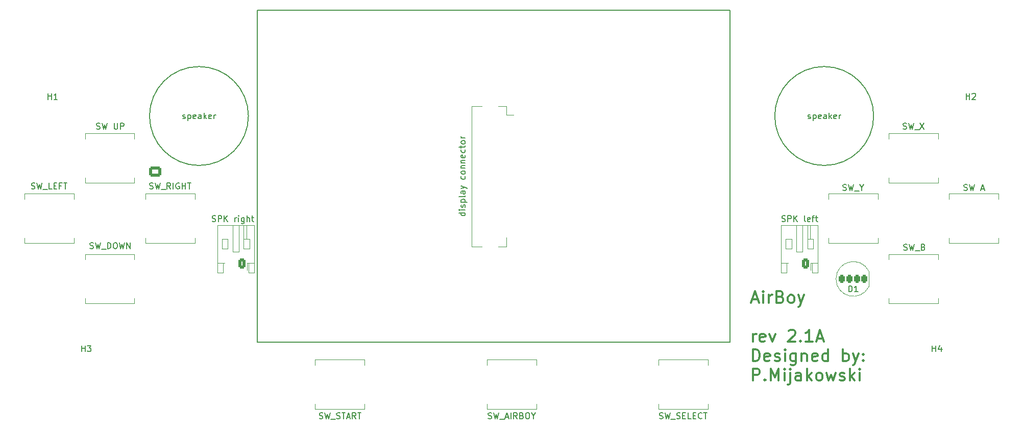
<source format=gto>
%TF.GenerationSoftware,KiCad,Pcbnew,(6.0.7)*%
%TF.CreationDate,2023-03-31T21:06:09+02:00*%
%TF.ProjectId,airboy,61697262-6f79-42e6-9b69-6361645f7063,rev?*%
%TF.SameCoordinates,Original*%
%TF.FileFunction,Legend,Top*%
%TF.FilePolarity,Positive*%
%FSLAX46Y46*%
G04 Gerber Fmt 4.6, Leading zero omitted, Abs format (unit mm)*
G04 Created by KiCad (PCBNEW (6.0.7)) date 2023-03-31 21:06:09*
%MOMM*%
%LPD*%
G01*
G04 APERTURE LIST*
G04 Aperture macros list*
%AMRoundRect*
0 Rectangle with rounded corners*
0 $1 Rounding radius*
0 $2 $3 $4 $5 $6 $7 $8 $9 X,Y pos of 4 corners*
0 Add a 4 corners polygon primitive as box body*
4,1,4,$2,$3,$4,$5,$6,$7,$8,$9,$2,$3,0*
0 Add four circle primitives for the rounded corners*
1,1,$1+$1,$2,$3*
1,1,$1+$1,$4,$5*
1,1,$1+$1,$6,$7*
1,1,$1+$1,$8,$9*
0 Add four rect primitives between the rounded corners*
20,1,$1+$1,$2,$3,$4,$5,0*
20,1,$1+$1,$4,$5,$6,$7,0*
20,1,$1+$1,$6,$7,$8,$9,0*
20,1,$1+$1,$8,$9,$2,$3,0*%
G04 Aperture macros list end*
%ADD10C,0.150000*%
%ADD11C,0.300000*%
%ADD12C,0.120000*%
%ADD13C,5.400000*%
%ADD14RoundRect,0.250000X0.350000X0.625000X-0.350000X0.625000X-0.350000X-0.625000X0.350000X-0.625000X0*%
%ADD15O,1.200000X1.750000*%
%ADD16C,1.700000*%
%ADD17RoundRect,0.250000X-0.250000X-0.450000X0.250000X-0.450000X0.250000X0.450000X-0.250000X0.450000X0*%
%ADD18R,1.300000X0.300000*%
%ADD19R,2.200000X1.800000*%
%ADD20C,2.100000*%
%ADD21C,1.750000*%
%ADD22O,1.200000X2.200000*%
%ADD23O,2.200000X1.200000*%
%ADD24C,1.400000*%
%ADD25C,0.600000*%
%ADD26O,0.900000X1.700000*%
%ADD27O,0.900000X2.000000*%
%ADD28O,2.200000X3.500000*%
%ADD29R,1.500000X2.500000*%
%ADD30O,1.500000X2.500000*%
%ADD31O,1.500000X4.300000*%
%ADD32RoundRect,0.250000X0.750000X-0.600000X0.750000X0.600000X-0.750000X0.600000X-0.750000X-0.600000X0*%
%ADD33O,2.000000X1.700000*%
%ADD34C,1.800000*%
%ADD35R,1.700000X1.700000*%
%ADD36O,1.700000X1.700000*%
G04 APERTURE END LIST*
D10*
X211200000Y-76500000D02*
G75*
G03*
X211200000Y-76500000I-8200000J0D01*
G01*
X107500000Y-76500000D02*
G75*
G03*
X107500000Y-76500000I-8200000J0D01*
G01*
X109000000Y-59000000D02*
X187400000Y-59000000D01*
X187400000Y-59000000D02*
X187400000Y-114000000D01*
X187400000Y-114000000D02*
X109000000Y-114000000D01*
X109000000Y-114000000D02*
X109000000Y-59000000D01*
D11*
X191075952Y-106923333D02*
X192028333Y-106923333D01*
X190885476Y-107494761D02*
X191552142Y-105494761D01*
X192218809Y-107494761D01*
X192885476Y-107494761D02*
X192885476Y-106161428D01*
X192885476Y-105494761D02*
X192790238Y-105590000D01*
X192885476Y-105685238D01*
X192980714Y-105590000D01*
X192885476Y-105494761D01*
X192885476Y-105685238D01*
X193837857Y-107494761D02*
X193837857Y-106161428D01*
X193837857Y-106542380D02*
X193933095Y-106351904D01*
X194028333Y-106256666D01*
X194218809Y-106161428D01*
X194409285Y-106161428D01*
X195742619Y-106447142D02*
X196028333Y-106542380D01*
X196123571Y-106637619D01*
X196218809Y-106828095D01*
X196218809Y-107113809D01*
X196123571Y-107304285D01*
X196028333Y-107399523D01*
X195837857Y-107494761D01*
X195075952Y-107494761D01*
X195075952Y-105494761D01*
X195742619Y-105494761D01*
X195933095Y-105590000D01*
X196028333Y-105685238D01*
X196123571Y-105875714D01*
X196123571Y-106066190D01*
X196028333Y-106256666D01*
X195933095Y-106351904D01*
X195742619Y-106447142D01*
X195075952Y-106447142D01*
X197361666Y-107494761D02*
X197171190Y-107399523D01*
X197075952Y-107304285D01*
X196980714Y-107113809D01*
X196980714Y-106542380D01*
X197075952Y-106351904D01*
X197171190Y-106256666D01*
X197361666Y-106161428D01*
X197647380Y-106161428D01*
X197837857Y-106256666D01*
X197933095Y-106351904D01*
X198028333Y-106542380D01*
X198028333Y-107113809D01*
X197933095Y-107304285D01*
X197837857Y-107399523D01*
X197647380Y-107494761D01*
X197361666Y-107494761D01*
X198695000Y-106161428D02*
X199171190Y-107494761D01*
X199647380Y-106161428D02*
X199171190Y-107494761D01*
X198980714Y-107970952D01*
X198885476Y-108066190D01*
X198695000Y-108161428D01*
X191171190Y-113934761D02*
X191171190Y-112601428D01*
X191171190Y-112982380D02*
X191266428Y-112791904D01*
X191361666Y-112696666D01*
X191552142Y-112601428D01*
X191742619Y-112601428D01*
X193171190Y-113839523D02*
X192980714Y-113934761D01*
X192599761Y-113934761D01*
X192409285Y-113839523D01*
X192314047Y-113649047D01*
X192314047Y-112887142D01*
X192409285Y-112696666D01*
X192599761Y-112601428D01*
X192980714Y-112601428D01*
X193171190Y-112696666D01*
X193266428Y-112887142D01*
X193266428Y-113077619D01*
X192314047Y-113268095D01*
X193933095Y-112601428D02*
X194409285Y-113934761D01*
X194885476Y-112601428D01*
X197075952Y-112125238D02*
X197171190Y-112030000D01*
X197361666Y-111934761D01*
X197837857Y-111934761D01*
X198028333Y-112030000D01*
X198123571Y-112125238D01*
X198218809Y-112315714D01*
X198218809Y-112506190D01*
X198123571Y-112791904D01*
X196980714Y-113934761D01*
X198218809Y-113934761D01*
X199075952Y-113744285D02*
X199171190Y-113839523D01*
X199075952Y-113934761D01*
X198980714Y-113839523D01*
X199075952Y-113744285D01*
X199075952Y-113934761D01*
X201075952Y-113934761D02*
X199933095Y-113934761D01*
X200504523Y-113934761D02*
X200504523Y-111934761D01*
X200314047Y-112220476D01*
X200123571Y-112410952D01*
X199933095Y-112506190D01*
X201837857Y-113363333D02*
X202790238Y-113363333D01*
X201647380Y-113934761D02*
X202314047Y-111934761D01*
X202980714Y-113934761D01*
X191171190Y-117154761D02*
X191171190Y-115154761D01*
X191647380Y-115154761D01*
X191933095Y-115250000D01*
X192123571Y-115440476D01*
X192218809Y-115630952D01*
X192314047Y-116011904D01*
X192314047Y-116297619D01*
X192218809Y-116678571D01*
X192123571Y-116869047D01*
X191933095Y-117059523D01*
X191647380Y-117154761D01*
X191171190Y-117154761D01*
X193933095Y-117059523D02*
X193742619Y-117154761D01*
X193361666Y-117154761D01*
X193171190Y-117059523D01*
X193075952Y-116869047D01*
X193075952Y-116107142D01*
X193171190Y-115916666D01*
X193361666Y-115821428D01*
X193742619Y-115821428D01*
X193933095Y-115916666D01*
X194028333Y-116107142D01*
X194028333Y-116297619D01*
X193075952Y-116488095D01*
X194790238Y-117059523D02*
X194980714Y-117154761D01*
X195361666Y-117154761D01*
X195552142Y-117059523D01*
X195647380Y-116869047D01*
X195647380Y-116773809D01*
X195552142Y-116583333D01*
X195361666Y-116488095D01*
X195075952Y-116488095D01*
X194885476Y-116392857D01*
X194790238Y-116202380D01*
X194790238Y-116107142D01*
X194885476Y-115916666D01*
X195075952Y-115821428D01*
X195361666Y-115821428D01*
X195552142Y-115916666D01*
X196504523Y-117154761D02*
X196504523Y-115821428D01*
X196504523Y-115154761D02*
X196409285Y-115250000D01*
X196504523Y-115345238D01*
X196599761Y-115250000D01*
X196504523Y-115154761D01*
X196504523Y-115345238D01*
X198314047Y-115821428D02*
X198314047Y-117440476D01*
X198218809Y-117630952D01*
X198123571Y-117726190D01*
X197933095Y-117821428D01*
X197647380Y-117821428D01*
X197456904Y-117726190D01*
X198314047Y-117059523D02*
X198123571Y-117154761D01*
X197742619Y-117154761D01*
X197552142Y-117059523D01*
X197456904Y-116964285D01*
X197361666Y-116773809D01*
X197361666Y-116202380D01*
X197456904Y-116011904D01*
X197552142Y-115916666D01*
X197742619Y-115821428D01*
X198123571Y-115821428D01*
X198314047Y-115916666D01*
X199266428Y-115821428D02*
X199266428Y-117154761D01*
X199266428Y-116011904D02*
X199361666Y-115916666D01*
X199552142Y-115821428D01*
X199837857Y-115821428D01*
X200028333Y-115916666D01*
X200123571Y-116107142D01*
X200123571Y-117154761D01*
X201837857Y-117059523D02*
X201647380Y-117154761D01*
X201266428Y-117154761D01*
X201075952Y-117059523D01*
X200980714Y-116869047D01*
X200980714Y-116107142D01*
X201075952Y-115916666D01*
X201266428Y-115821428D01*
X201647380Y-115821428D01*
X201837857Y-115916666D01*
X201933095Y-116107142D01*
X201933095Y-116297619D01*
X200980714Y-116488095D01*
X203647380Y-117154761D02*
X203647380Y-115154761D01*
X203647380Y-117059523D02*
X203456904Y-117154761D01*
X203075952Y-117154761D01*
X202885476Y-117059523D01*
X202790238Y-116964285D01*
X202695000Y-116773809D01*
X202695000Y-116202380D01*
X202790238Y-116011904D01*
X202885476Y-115916666D01*
X203075952Y-115821428D01*
X203456904Y-115821428D01*
X203647380Y-115916666D01*
X206123571Y-117154761D02*
X206123571Y-115154761D01*
X206123571Y-115916666D02*
X206314047Y-115821428D01*
X206695000Y-115821428D01*
X206885476Y-115916666D01*
X206980714Y-116011904D01*
X207075952Y-116202380D01*
X207075952Y-116773809D01*
X206980714Y-116964285D01*
X206885476Y-117059523D01*
X206695000Y-117154761D01*
X206314047Y-117154761D01*
X206123571Y-117059523D01*
X207742619Y-115821428D02*
X208218809Y-117154761D01*
X208695000Y-115821428D02*
X208218809Y-117154761D01*
X208028333Y-117630952D01*
X207933095Y-117726190D01*
X207742619Y-117821428D01*
X209456904Y-116964285D02*
X209552142Y-117059523D01*
X209456904Y-117154761D01*
X209361666Y-117059523D01*
X209456904Y-116964285D01*
X209456904Y-117154761D01*
X209456904Y-115916666D02*
X209552142Y-116011904D01*
X209456904Y-116107142D01*
X209361666Y-116011904D01*
X209456904Y-115916666D01*
X209456904Y-116107142D01*
X191171190Y-120374761D02*
X191171190Y-118374761D01*
X191933095Y-118374761D01*
X192123571Y-118470000D01*
X192218809Y-118565238D01*
X192314047Y-118755714D01*
X192314047Y-119041428D01*
X192218809Y-119231904D01*
X192123571Y-119327142D01*
X191933095Y-119422380D01*
X191171190Y-119422380D01*
X193171190Y-120184285D02*
X193266428Y-120279523D01*
X193171190Y-120374761D01*
X193075952Y-120279523D01*
X193171190Y-120184285D01*
X193171190Y-120374761D01*
X194123571Y-120374761D02*
X194123571Y-118374761D01*
X194790238Y-119803333D01*
X195456904Y-118374761D01*
X195456904Y-120374761D01*
X196409285Y-120374761D02*
X196409285Y-119041428D01*
X196409285Y-118374761D02*
X196314047Y-118470000D01*
X196409285Y-118565238D01*
X196504523Y-118470000D01*
X196409285Y-118374761D01*
X196409285Y-118565238D01*
X197361666Y-119041428D02*
X197361666Y-120755714D01*
X197266428Y-120946190D01*
X197075952Y-121041428D01*
X196980714Y-121041428D01*
X197361666Y-118374761D02*
X197266428Y-118470000D01*
X197361666Y-118565238D01*
X197456904Y-118470000D01*
X197361666Y-118374761D01*
X197361666Y-118565238D01*
X199171190Y-120374761D02*
X199171190Y-119327142D01*
X199075952Y-119136666D01*
X198885476Y-119041428D01*
X198504523Y-119041428D01*
X198314047Y-119136666D01*
X199171190Y-120279523D02*
X198980714Y-120374761D01*
X198504523Y-120374761D01*
X198314047Y-120279523D01*
X198218809Y-120089047D01*
X198218809Y-119898571D01*
X198314047Y-119708095D01*
X198504523Y-119612857D01*
X198980714Y-119612857D01*
X199171190Y-119517619D01*
X200123571Y-120374761D02*
X200123571Y-118374761D01*
X200314047Y-119612857D02*
X200885476Y-120374761D01*
X200885476Y-119041428D02*
X200123571Y-119803333D01*
X202028333Y-120374761D02*
X201837857Y-120279523D01*
X201742619Y-120184285D01*
X201647380Y-119993809D01*
X201647380Y-119422380D01*
X201742619Y-119231904D01*
X201837857Y-119136666D01*
X202028333Y-119041428D01*
X202314047Y-119041428D01*
X202504523Y-119136666D01*
X202599761Y-119231904D01*
X202695000Y-119422380D01*
X202695000Y-119993809D01*
X202599761Y-120184285D01*
X202504523Y-120279523D01*
X202314047Y-120374761D01*
X202028333Y-120374761D01*
X203361666Y-119041428D02*
X203742619Y-120374761D01*
X204123571Y-119422380D01*
X204504523Y-120374761D01*
X204885476Y-119041428D01*
X205552142Y-120279523D02*
X205742619Y-120374761D01*
X206123571Y-120374761D01*
X206314047Y-120279523D01*
X206409285Y-120089047D01*
X206409285Y-119993809D01*
X206314047Y-119803333D01*
X206123571Y-119708095D01*
X205837857Y-119708095D01*
X205647380Y-119612857D01*
X205552142Y-119422380D01*
X205552142Y-119327142D01*
X205647380Y-119136666D01*
X205837857Y-119041428D01*
X206123571Y-119041428D01*
X206314047Y-119136666D01*
X207266428Y-120374761D02*
X207266428Y-118374761D01*
X207456904Y-119612857D02*
X208028333Y-120374761D01*
X208028333Y-119041428D02*
X207266428Y-119803333D01*
X208885476Y-120374761D02*
X208885476Y-119041428D01*
X208885476Y-118374761D02*
X208790238Y-118470000D01*
X208885476Y-118565238D01*
X208980714Y-118470000D01*
X208885476Y-118374761D01*
X208885476Y-118565238D01*
D10*
X96609523Y-76904761D02*
X96704761Y-76952380D01*
X96895238Y-76952380D01*
X96990476Y-76904761D01*
X97038095Y-76809523D01*
X97038095Y-76761904D01*
X96990476Y-76666666D01*
X96895238Y-76619047D01*
X96752380Y-76619047D01*
X96657142Y-76571428D01*
X96609523Y-76476190D01*
X96609523Y-76428571D01*
X96657142Y-76333333D01*
X96752380Y-76285714D01*
X96895238Y-76285714D01*
X96990476Y-76333333D01*
X97466666Y-76285714D02*
X97466666Y-77285714D01*
X97466666Y-76333333D02*
X97561904Y-76285714D01*
X97752380Y-76285714D01*
X97847619Y-76333333D01*
X97895238Y-76380952D01*
X97942857Y-76476190D01*
X97942857Y-76761904D01*
X97895238Y-76857142D01*
X97847619Y-76904761D01*
X97752380Y-76952380D01*
X97561904Y-76952380D01*
X97466666Y-76904761D01*
X98752380Y-76904761D02*
X98657142Y-76952380D01*
X98466666Y-76952380D01*
X98371428Y-76904761D01*
X98323809Y-76809523D01*
X98323809Y-76428571D01*
X98371428Y-76333333D01*
X98466666Y-76285714D01*
X98657142Y-76285714D01*
X98752380Y-76333333D01*
X98800000Y-76428571D01*
X98800000Y-76523809D01*
X98323809Y-76619047D01*
X99657142Y-76952380D02*
X99657142Y-76428571D01*
X99609523Y-76333333D01*
X99514285Y-76285714D01*
X99323809Y-76285714D01*
X99228571Y-76333333D01*
X99657142Y-76904761D02*
X99561904Y-76952380D01*
X99323809Y-76952380D01*
X99228571Y-76904761D01*
X99180952Y-76809523D01*
X99180952Y-76714285D01*
X99228571Y-76619047D01*
X99323809Y-76571428D01*
X99561904Y-76571428D01*
X99657142Y-76523809D01*
X100133333Y-76952380D02*
X100133333Y-75952380D01*
X100228571Y-76571428D02*
X100514285Y-76952380D01*
X100514285Y-76285714D02*
X100133333Y-76666666D01*
X101323809Y-76904761D02*
X101228571Y-76952380D01*
X101038095Y-76952380D01*
X100942857Y-76904761D01*
X100895238Y-76809523D01*
X100895238Y-76428571D01*
X100942857Y-76333333D01*
X101038095Y-76285714D01*
X101228571Y-76285714D01*
X101323809Y-76333333D01*
X101371428Y-76428571D01*
X101371428Y-76523809D01*
X100895238Y-76619047D01*
X101800000Y-76952380D02*
X101800000Y-76285714D01*
X101800000Y-76476190D02*
X101847619Y-76380952D01*
X101895238Y-76333333D01*
X101990476Y-76285714D01*
X102085714Y-76285714D01*
X200309523Y-76904761D02*
X200404761Y-76952380D01*
X200595238Y-76952380D01*
X200690476Y-76904761D01*
X200738095Y-76809523D01*
X200738095Y-76761904D01*
X200690476Y-76666666D01*
X200595238Y-76619047D01*
X200452380Y-76619047D01*
X200357142Y-76571428D01*
X200309523Y-76476190D01*
X200309523Y-76428571D01*
X200357142Y-76333333D01*
X200452380Y-76285714D01*
X200595238Y-76285714D01*
X200690476Y-76333333D01*
X201166666Y-76285714D02*
X201166666Y-77285714D01*
X201166666Y-76333333D02*
X201261904Y-76285714D01*
X201452380Y-76285714D01*
X201547619Y-76333333D01*
X201595238Y-76380952D01*
X201642857Y-76476190D01*
X201642857Y-76761904D01*
X201595238Y-76857142D01*
X201547619Y-76904761D01*
X201452380Y-76952380D01*
X201261904Y-76952380D01*
X201166666Y-76904761D01*
X202452380Y-76904761D02*
X202357142Y-76952380D01*
X202166666Y-76952380D01*
X202071428Y-76904761D01*
X202023809Y-76809523D01*
X202023809Y-76428571D01*
X202071428Y-76333333D01*
X202166666Y-76285714D01*
X202357142Y-76285714D01*
X202452380Y-76333333D01*
X202500000Y-76428571D01*
X202500000Y-76523809D01*
X202023809Y-76619047D01*
X203357142Y-76952380D02*
X203357142Y-76428571D01*
X203309523Y-76333333D01*
X203214285Y-76285714D01*
X203023809Y-76285714D01*
X202928571Y-76333333D01*
X203357142Y-76904761D02*
X203261904Y-76952380D01*
X203023809Y-76952380D01*
X202928571Y-76904761D01*
X202880952Y-76809523D01*
X202880952Y-76714285D01*
X202928571Y-76619047D01*
X203023809Y-76571428D01*
X203261904Y-76571428D01*
X203357142Y-76523809D01*
X203833333Y-76952380D02*
X203833333Y-75952380D01*
X203928571Y-76571428D02*
X204214285Y-76952380D01*
X204214285Y-76285714D02*
X203833333Y-76666666D01*
X205023809Y-76904761D02*
X204928571Y-76952380D01*
X204738095Y-76952380D01*
X204642857Y-76904761D01*
X204595238Y-76809523D01*
X204595238Y-76428571D01*
X204642857Y-76333333D01*
X204738095Y-76285714D01*
X204928571Y-76285714D01*
X205023809Y-76333333D01*
X205071428Y-76428571D01*
X205071428Y-76523809D01*
X204595238Y-76619047D01*
X205500000Y-76952380D02*
X205500000Y-76285714D01*
X205500000Y-76476190D02*
X205547619Y-76380952D01*
X205595238Y-76333333D01*
X205690476Y-76285714D01*
X205785714Y-76285714D01*
%TO.C,H2*%
X226538095Y-73752380D02*
X226538095Y-72752380D01*
X226538095Y-73228571D02*
X227109523Y-73228571D01*
X227109523Y-73752380D02*
X227109523Y-72752380D01*
X227538095Y-72847619D02*
X227585714Y-72800000D01*
X227680952Y-72752380D01*
X227919047Y-72752380D01*
X228014285Y-72800000D01*
X228061904Y-72847619D01*
X228109523Y-72942857D01*
X228109523Y-73038095D01*
X228061904Y-73180952D01*
X227490476Y-73752380D01*
X228109523Y-73752380D01*
%TO.C,J3*%
X101497238Y-93954761D02*
X101640095Y-94002380D01*
X101878190Y-94002380D01*
X101973428Y-93954761D01*
X102021047Y-93907142D01*
X102068666Y-93811904D01*
X102068666Y-93716666D01*
X102021047Y-93621428D01*
X101973428Y-93573809D01*
X101878190Y-93526190D01*
X101687714Y-93478571D01*
X101592476Y-93430952D01*
X101544857Y-93383333D01*
X101497238Y-93288095D01*
X101497238Y-93192857D01*
X101544857Y-93097619D01*
X101592476Y-93050000D01*
X101687714Y-93002380D01*
X101925809Y-93002380D01*
X102068666Y-93050000D01*
X102497238Y-94002380D02*
X102497238Y-93002380D01*
X102878190Y-93002380D01*
X102973428Y-93050000D01*
X103021047Y-93097619D01*
X103068666Y-93192857D01*
X103068666Y-93335714D01*
X103021047Y-93430952D01*
X102973428Y-93478571D01*
X102878190Y-93526190D01*
X102497238Y-93526190D01*
X103497238Y-94002380D02*
X103497238Y-93002380D01*
X104068666Y-94002380D02*
X103640095Y-93430952D01*
X104068666Y-93002380D02*
X103497238Y-93573809D01*
X105259142Y-94002380D02*
X105259142Y-93335714D01*
X105259142Y-93526190D02*
X105306761Y-93430952D01*
X105354380Y-93383333D01*
X105449619Y-93335714D01*
X105544857Y-93335714D01*
X105878190Y-94002380D02*
X105878190Y-93335714D01*
X105878190Y-93002380D02*
X105830571Y-93050000D01*
X105878190Y-93097619D01*
X105925809Y-93050000D01*
X105878190Y-93002380D01*
X105878190Y-93097619D01*
X106782952Y-93335714D02*
X106782952Y-94145238D01*
X106735333Y-94240476D01*
X106687714Y-94288095D01*
X106592476Y-94335714D01*
X106449619Y-94335714D01*
X106354380Y-94288095D01*
X106782952Y-93954761D02*
X106687714Y-94002380D01*
X106497238Y-94002380D01*
X106402000Y-93954761D01*
X106354380Y-93907142D01*
X106306761Y-93811904D01*
X106306761Y-93526190D01*
X106354380Y-93430952D01*
X106402000Y-93383333D01*
X106497238Y-93335714D01*
X106687714Y-93335714D01*
X106782952Y-93383333D01*
X107259142Y-94002380D02*
X107259142Y-93002380D01*
X107687714Y-94002380D02*
X107687714Y-93478571D01*
X107640095Y-93383333D01*
X107544857Y-93335714D01*
X107402000Y-93335714D01*
X107306761Y-93383333D01*
X107259142Y-93430952D01*
X108021047Y-93335714D02*
X108402000Y-93335714D01*
X108163904Y-93002380D02*
X108163904Y-93859523D01*
X108211523Y-93954761D01*
X108306761Y-94002380D01*
X108402000Y-94002380D01*
%TO.C,SW5*%
X71517238Y-88542761D02*
X71660095Y-88590380D01*
X71898190Y-88590380D01*
X71993428Y-88542761D01*
X72041047Y-88495142D01*
X72088666Y-88399904D01*
X72088666Y-88304666D01*
X72041047Y-88209428D01*
X71993428Y-88161809D01*
X71898190Y-88114190D01*
X71707714Y-88066571D01*
X71612476Y-88018952D01*
X71564857Y-87971333D01*
X71517238Y-87876095D01*
X71517238Y-87780857D01*
X71564857Y-87685619D01*
X71612476Y-87638000D01*
X71707714Y-87590380D01*
X71945809Y-87590380D01*
X72088666Y-87638000D01*
X72422000Y-87590380D02*
X72660095Y-88590380D01*
X72850571Y-87876095D01*
X73041047Y-88590380D01*
X73279142Y-87590380D01*
X73422000Y-88685619D02*
X74183904Y-88685619D01*
X74898190Y-88590380D02*
X74422000Y-88590380D01*
X74422000Y-87590380D01*
X75231523Y-88066571D02*
X75564857Y-88066571D01*
X75707714Y-88590380D02*
X75231523Y-88590380D01*
X75231523Y-87590380D01*
X75707714Y-87590380D01*
X76469619Y-88066571D02*
X76136285Y-88066571D01*
X76136285Y-88590380D02*
X76136285Y-87590380D01*
X76612476Y-87590380D01*
X76850571Y-87590380D02*
X77422000Y-87590380D01*
X77136285Y-88590380D02*
X77136285Y-87590380D01*
%TO.C,SW4*%
X81224857Y-98448761D02*
X81367714Y-98496380D01*
X81605809Y-98496380D01*
X81701047Y-98448761D01*
X81748666Y-98401142D01*
X81796285Y-98305904D01*
X81796285Y-98210666D01*
X81748666Y-98115428D01*
X81701047Y-98067809D01*
X81605809Y-98020190D01*
X81415333Y-97972571D01*
X81320095Y-97924952D01*
X81272476Y-97877333D01*
X81224857Y-97782095D01*
X81224857Y-97686857D01*
X81272476Y-97591619D01*
X81320095Y-97544000D01*
X81415333Y-97496380D01*
X81653428Y-97496380D01*
X81796285Y-97544000D01*
X82129619Y-97496380D02*
X82367714Y-98496380D01*
X82558190Y-97782095D01*
X82748666Y-98496380D01*
X82986761Y-97496380D01*
X83129619Y-98591619D02*
X83891523Y-98591619D01*
X84129619Y-98496380D02*
X84129619Y-97496380D01*
X84367714Y-97496380D01*
X84510571Y-97544000D01*
X84605809Y-97639238D01*
X84653428Y-97734476D01*
X84701047Y-97924952D01*
X84701047Y-98067809D01*
X84653428Y-98258285D01*
X84605809Y-98353523D01*
X84510571Y-98448761D01*
X84367714Y-98496380D01*
X84129619Y-98496380D01*
X85320095Y-97496380D02*
X85510571Y-97496380D01*
X85605809Y-97544000D01*
X85701047Y-97639238D01*
X85748666Y-97829714D01*
X85748666Y-98163047D01*
X85701047Y-98353523D01*
X85605809Y-98448761D01*
X85510571Y-98496380D01*
X85320095Y-98496380D01*
X85224857Y-98448761D01*
X85129619Y-98353523D01*
X85082000Y-98163047D01*
X85082000Y-97829714D01*
X85129619Y-97639238D01*
X85224857Y-97544000D01*
X85320095Y-97496380D01*
X86082000Y-97496380D02*
X86320095Y-98496380D01*
X86510571Y-97782095D01*
X86701047Y-98496380D01*
X86939142Y-97496380D01*
X87320095Y-98496380D02*
X87320095Y-97496380D01*
X87891523Y-98496380D01*
X87891523Y-97496380D01*
%TO.C,SW8*%
X226171333Y-88796761D02*
X226314190Y-88844380D01*
X226552285Y-88844380D01*
X226647523Y-88796761D01*
X226695142Y-88749142D01*
X226742761Y-88653904D01*
X226742761Y-88558666D01*
X226695142Y-88463428D01*
X226647523Y-88415809D01*
X226552285Y-88368190D01*
X226361809Y-88320571D01*
X226266571Y-88272952D01*
X226218952Y-88225333D01*
X226171333Y-88130095D01*
X226171333Y-88034857D01*
X226218952Y-87939619D01*
X226266571Y-87892000D01*
X226361809Y-87844380D01*
X226599904Y-87844380D01*
X226742761Y-87892000D01*
X227076095Y-87844380D02*
X227314190Y-88844380D01*
X227504666Y-88130095D01*
X227695142Y-88844380D01*
X227933238Y-87844380D01*
X229028476Y-88558666D02*
X229504666Y-88558666D01*
X228933238Y-88844380D02*
X229266571Y-87844380D01*
X229599904Y-88844380D01*
%TO.C,SW14*%
X175673238Y-126642761D02*
X175816095Y-126690380D01*
X176054190Y-126690380D01*
X176149428Y-126642761D01*
X176197047Y-126595142D01*
X176244666Y-126499904D01*
X176244666Y-126404666D01*
X176197047Y-126309428D01*
X176149428Y-126261809D01*
X176054190Y-126214190D01*
X175863714Y-126166571D01*
X175768476Y-126118952D01*
X175720857Y-126071333D01*
X175673238Y-125976095D01*
X175673238Y-125880857D01*
X175720857Y-125785619D01*
X175768476Y-125738000D01*
X175863714Y-125690380D01*
X176101809Y-125690380D01*
X176244666Y-125738000D01*
X176578000Y-125690380D02*
X176816095Y-126690380D01*
X177006571Y-125976095D01*
X177197047Y-126690380D01*
X177435142Y-125690380D01*
X177578000Y-126785619D02*
X178339904Y-126785619D01*
X178530380Y-126642761D02*
X178673238Y-126690380D01*
X178911333Y-126690380D01*
X179006571Y-126642761D01*
X179054190Y-126595142D01*
X179101809Y-126499904D01*
X179101809Y-126404666D01*
X179054190Y-126309428D01*
X179006571Y-126261809D01*
X178911333Y-126214190D01*
X178720857Y-126166571D01*
X178625619Y-126118952D01*
X178578000Y-126071333D01*
X178530380Y-125976095D01*
X178530380Y-125880857D01*
X178578000Y-125785619D01*
X178625619Y-125738000D01*
X178720857Y-125690380D01*
X178958952Y-125690380D01*
X179101809Y-125738000D01*
X179530380Y-126166571D02*
X179863714Y-126166571D01*
X180006571Y-126690380D02*
X179530380Y-126690380D01*
X179530380Y-125690380D01*
X180006571Y-125690380D01*
X180911333Y-126690380D02*
X180435142Y-126690380D01*
X180435142Y-125690380D01*
X181244666Y-126166571D02*
X181578000Y-126166571D01*
X181720857Y-126690380D02*
X181244666Y-126690380D01*
X181244666Y-125690380D01*
X181720857Y-125690380D01*
X182720857Y-126595142D02*
X182673238Y-126642761D01*
X182530380Y-126690380D01*
X182435142Y-126690380D01*
X182292285Y-126642761D01*
X182197047Y-126547523D01*
X182149428Y-126452285D01*
X182101809Y-126261809D01*
X182101809Y-126118952D01*
X182149428Y-125928476D01*
X182197047Y-125833238D01*
X182292285Y-125738000D01*
X182435142Y-125690380D01*
X182530380Y-125690380D01*
X182673238Y-125738000D01*
X182720857Y-125785619D01*
X183006571Y-125690380D02*
X183578000Y-125690380D01*
X183292285Y-126690380D02*
X183292285Y-125690380D01*
%TO.C,H4*%
X220938095Y-115552380D02*
X220938095Y-114552380D01*
X220938095Y-115028571D02*
X221509523Y-115028571D01*
X221509523Y-115552380D02*
X221509523Y-114552380D01*
X222414285Y-114885714D02*
X222414285Y-115552380D01*
X222176190Y-114504761D02*
X221938095Y-115219047D01*
X222557142Y-115219047D01*
%TO.C,SW13*%
X147272857Y-126642761D02*
X147415714Y-126690380D01*
X147653809Y-126690380D01*
X147749047Y-126642761D01*
X147796666Y-126595142D01*
X147844285Y-126499904D01*
X147844285Y-126404666D01*
X147796666Y-126309428D01*
X147749047Y-126261809D01*
X147653809Y-126214190D01*
X147463333Y-126166571D01*
X147368095Y-126118952D01*
X147320476Y-126071333D01*
X147272857Y-125976095D01*
X147272857Y-125880857D01*
X147320476Y-125785619D01*
X147368095Y-125738000D01*
X147463333Y-125690380D01*
X147701428Y-125690380D01*
X147844285Y-125738000D01*
X148177619Y-125690380D02*
X148415714Y-126690380D01*
X148606190Y-125976095D01*
X148796666Y-126690380D01*
X149034761Y-125690380D01*
X149177619Y-126785619D02*
X149939523Y-126785619D01*
X150130000Y-126404666D02*
X150606190Y-126404666D01*
X150034761Y-126690380D02*
X150368095Y-125690380D01*
X150701428Y-126690380D01*
X151034761Y-126690380D02*
X151034761Y-125690380D01*
X152082380Y-126690380D02*
X151749047Y-126214190D01*
X151510952Y-126690380D02*
X151510952Y-125690380D01*
X151891904Y-125690380D01*
X151987142Y-125738000D01*
X152034761Y-125785619D01*
X152082380Y-125880857D01*
X152082380Y-126023714D01*
X152034761Y-126118952D01*
X151987142Y-126166571D01*
X151891904Y-126214190D01*
X151510952Y-126214190D01*
X152844285Y-126166571D02*
X152987142Y-126214190D01*
X153034761Y-126261809D01*
X153082380Y-126357047D01*
X153082380Y-126499904D01*
X153034761Y-126595142D01*
X152987142Y-126642761D01*
X152891904Y-126690380D01*
X152510952Y-126690380D01*
X152510952Y-125690380D01*
X152844285Y-125690380D01*
X152939523Y-125738000D01*
X152987142Y-125785619D01*
X153034761Y-125880857D01*
X153034761Y-125976095D01*
X152987142Y-126071333D01*
X152939523Y-126118952D01*
X152844285Y-126166571D01*
X152510952Y-126166571D01*
X153701428Y-125690380D02*
X153891904Y-125690380D01*
X153987142Y-125738000D01*
X154082380Y-125833238D01*
X154130000Y-126023714D01*
X154130000Y-126357047D01*
X154082380Y-126547523D01*
X153987142Y-126642761D01*
X153891904Y-126690380D01*
X153701428Y-126690380D01*
X153606190Y-126642761D01*
X153510952Y-126547523D01*
X153463333Y-126357047D01*
X153463333Y-126023714D01*
X153510952Y-125833238D01*
X153606190Y-125738000D01*
X153701428Y-125690380D01*
X154749047Y-126214190D02*
X154749047Y-126690380D01*
X154415714Y-125690380D02*
X154749047Y-126214190D01*
X155082380Y-125690380D01*
%TO.C,SW3*%
X82320095Y-78636761D02*
X82462952Y-78684380D01*
X82701047Y-78684380D01*
X82796285Y-78636761D01*
X82843904Y-78589142D01*
X82891523Y-78493904D01*
X82891523Y-78398666D01*
X82843904Y-78303428D01*
X82796285Y-78255809D01*
X82701047Y-78208190D01*
X82510571Y-78160571D01*
X82415333Y-78112952D01*
X82367714Y-78065333D01*
X82320095Y-77970095D01*
X82320095Y-77874857D01*
X82367714Y-77779619D01*
X82415333Y-77732000D01*
X82510571Y-77684380D01*
X82748666Y-77684380D01*
X82891523Y-77732000D01*
X83224857Y-77684380D02*
X83462952Y-78684380D01*
X83653428Y-77970095D01*
X83843904Y-78684380D01*
X84082000Y-77684380D01*
X85224857Y-77684380D02*
X85224857Y-78493904D01*
X85272476Y-78589142D01*
X85320095Y-78636761D01*
X85415333Y-78684380D01*
X85605809Y-78684380D01*
X85701047Y-78636761D01*
X85748666Y-78589142D01*
X85796285Y-78493904D01*
X85796285Y-77684380D01*
X86272476Y-78684380D02*
X86272476Y-77684380D01*
X86653428Y-77684380D01*
X86748666Y-77732000D01*
X86796285Y-77779619D01*
X86843904Y-77874857D01*
X86843904Y-78017714D01*
X86796285Y-78112952D01*
X86748666Y-78160571D01*
X86653428Y-78208190D01*
X86272476Y-78208190D01*
%TO.C,D1*%
X207061904Y-105652380D02*
X207061904Y-104652380D01*
X207300000Y-104652380D01*
X207442857Y-104700000D01*
X207538095Y-104795238D01*
X207585714Y-104890476D01*
X207633333Y-105080952D01*
X207633333Y-105223809D01*
X207585714Y-105414285D01*
X207538095Y-105509523D01*
X207442857Y-105604761D01*
X207300000Y-105652380D01*
X207061904Y-105652380D01*
X208585714Y-105652380D02*
X208014285Y-105652380D01*
X208300000Y-105652380D02*
X208300000Y-104652380D01*
X208204761Y-104795238D01*
X208109523Y-104890476D01*
X208014285Y-104938095D01*
%TO.C,J4*%
X195971428Y-93954761D02*
X196114285Y-94002380D01*
X196352380Y-94002380D01*
X196447619Y-93954761D01*
X196495238Y-93907142D01*
X196542857Y-93811904D01*
X196542857Y-93716666D01*
X196495238Y-93621428D01*
X196447619Y-93573809D01*
X196352380Y-93526190D01*
X196161904Y-93478571D01*
X196066666Y-93430952D01*
X196019047Y-93383333D01*
X195971428Y-93288095D01*
X195971428Y-93192857D01*
X196019047Y-93097619D01*
X196066666Y-93050000D01*
X196161904Y-93002380D01*
X196400000Y-93002380D01*
X196542857Y-93050000D01*
X196971428Y-94002380D02*
X196971428Y-93002380D01*
X197352380Y-93002380D01*
X197447619Y-93050000D01*
X197495238Y-93097619D01*
X197542857Y-93192857D01*
X197542857Y-93335714D01*
X197495238Y-93430952D01*
X197447619Y-93478571D01*
X197352380Y-93526190D01*
X196971428Y-93526190D01*
X197971428Y-94002380D02*
X197971428Y-93002380D01*
X198542857Y-94002380D02*
X198114285Y-93430952D01*
X198542857Y-93002380D02*
X197971428Y-93573809D01*
X199876190Y-94002380D02*
X199780952Y-93954761D01*
X199733333Y-93859523D01*
X199733333Y-93002380D01*
X200638095Y-93954761D02*
X200542857Y-94002380D01*
X200352380Y-94002380D01*
X200257142Y-93954761D01*
X200209523Y-93859523D01*
X200209523Y-93478571D01*
X200257142Y-93383333D01*
X200352380Y-93335714D01*
X200542857Y-93335714D01*
X200638095Y-93383333D01*
X200685714Y-93478571D01*
X200685714Y-93573809D01*
X200209523Y-93669047D01*
X200971428Y-93335714D02*
X201352380Y-93335714D01*
X201114285Y-94002380D02*
X201114285Y-93145238D01*
X201161904Y-93050000D01*
X201257142Y-93002380D01*
X201352380Y-93002380D01*
X201542857Y-93335714D02*
X201923809Y-93335714D01*
X201685714Y-93002380D02*
X201685714Y-93859523D01*
X201733333Y-93954761D01*
X201828571Y-94002380D01*
X201923809Y-94002380D01*
%TO.C,J2*%
X143454380Y-92547619D02*
X142454380Y-92547619D01*
X143406761Y-92547619D02*
X143454380Y-92642857D01*
X143454380Y-92833333D01*
X143406761Y-92928571D01*
X143359142Y-92976190D01*
X143263904Y-93023809D01*
X142978190Y-93023809D01*
X142882952Y-92976190D01*
X142835333Y-92928571D01*
X142787714Y-92833333D01*
X142787714Y-92642857D01*
X142835333Y-92547619D01*
X143454380Y-92071428D02*
X142787714Y-92071428D01*
X142454380Y-92071428D02*
X142502000Y-92119047D01*
X142549619Y-92071428D01*
X142502000Y-92023809D01*
X142454380Y-92071428D01*
X142549619Y-92071428D01*
X143406761Y-91642857D02*
X143454380Y-91547619D01*
X143454380Y-91357142D01*
X143406761Y-91261904D01*
X143311523Y-91214285D01*
X143263904Y-91214285D01*
X143168666Y-91261904D01*
X143121047Y-91357142D01*
X143121047Y-91500000D01*
X143073428Y-91595238D01*
X142978190Y-91642857D01*
X142930571Y-91642857D01*
X142835333Y-91595238D01*
X142787714Y-91500000D01*
X142787714Y-91357142D01*
X142835333Y-91261904D01*
X142787714Y-90785714D02*
X143787714Y-90785714D01*
X142835333Y-90785714D02*
X142787714Y-90690476D01*
X142787714Y-90500000D01*
X142835333Y-90404761D01*
X142882952Y-90357142D01*
X142978190Y-90309523D01*
X143263904Y-90309523D01*
X143359142Y-90357142D01*
X143406761Y-90404761D01*
X143454380Y-90500000D01*
X143454380Y-90690476D01*
X143406761Y-90785714D01*
X143454380Y-89738095D02*
X143406761Y-89833333D01*
X143311523Y-89880952D01*
X142454380Y-89880952D01*
X143454380Y-88928571D02*
X142930571Y-88928571D01*
X142835333Y-88976190D01*
X142787714Y-89071428D01*
X142787714Y-89261904D01*
X142835333Y-89357142D01*
X143406761Y-88928571D02*
X143454380Y-89023809D01*
X143454380Y-89261904D01*
X143406761Y-89357142D01*
X143311523Y-89404761D01*
X143216285Y-89404761D01*
X143121047Y-89357142D01*
X143073428Y-89261904D01*
X143073428Y-89023809D01*
X143025809Y-88928571D01*
X142787714Y-88547619D02*
X143454380Y-88309523D01*
X142787714Y-88071428D02*
X143454380Y-88309523D01*
X143692476Y-88404761D01*
X143740095Y-88452380D01*
X143787714Y-88547619D01*
X143406761Y-86500000D02*
X143454380Y-86595238D01*
X143454380Y-86785714D01*
X143406761Y-86880952D01*
X143359142Y-86928571D01*
X143263904Y-86976190D01*
X142978190Y-86976190D01*
X142882952Y-86928571D01*
X142835333Y-86880952D01*
X142787714Y-86785714D01*
X142787714Y-86595238D01*
X142835333Y-86500000D01*
X143454380Y-85928571D02*
X143406761Y-86023809D01*
X143359142Y-86071428D01*
X143263904Y-86119047D01*
X142978190Y-86119047D01*
X142882952Y-86071428D01*
X142835333Y-86023809D01*
X142787714Y-85928571D01*
X142787714Y-85785714D01*
X142835333Y-85690476D01*
X142882952Y-85642857D01*
X142978190Y-85595238D01*
X143263904Y-85595238D01*
X143359142Y-85642857D01*
X143406761Y-85690476D01*
X143454380Y-85785714D01*
X143454380Y-85928571D01*
X142787714Y-85166666D02*
X143454380Y-85166666D01*
X142882952Y-85166666D02*
X142835333Y-85119047D01*
X142787714Y-85023809D01*
X142787714Y-84880952D01*
X142835333Y-84785714D01*
X142930571Y-84738095D01*
X143454380Y-84738095D01*
X142787714Y-84261904D02*
X143454380Y-84261904D01*
X142882952Y-84261904D02*
X142835333Y-84214285D01*
X142787714Y-84119047D01*
X142787714Y-83976190D01*
X142835333Y-83880952D01*
X142930571Y-83833333D01*
X143454380Y-83833333D01*
X143406761Y-82976190D02*
X143454380Y-83071428D01*
X143454380Y-83261904D01*
X143406761Y-83357142D01*
X143311523Y-83404761D01*
X142930571Y-83404761D01*
X142835333Y-83357142D01*
X142787714Y-83261904D01*
X142787714Y-83071428D01*
X142835333Y-82976190D01*
X142930571Y-82928571D01*
X143025809Y-82928571D01*
X143121047Y-83404761D01*
X143406761Y-82071428D02*
X143454380Y-82166666D01*
X143454380Y-82357142D01*
X143406761Y-82452380D01*
X143359142Y-82500000D01*
X143263904Y-82547619D01*
X142978190Y-82547619D01*
X142882952Y-82500000D01*
X142835333Y-82452380D01*
X142787714Y-82357142D01*
X142787714Y-82166666D01*
X142835333Y-82071428D01*
X142787714Y-81785714D02*
X142787714Y-81404761D01*
X142454380Y-81642857D02*
X143311523Y-81642857D01*
X143406761Y-81595238D01*
X143454380Y-81500000D01*
X143454380Y-81404761D01*
X143454380Y-80928571D02*
X143406761Y-81023809D01*
X143359142Y-81071428D01*
X143263904Y-81119047D01*
X142978190Y-81119047D01*
X142882952Y-81071428D01*
X142835333Y-81023809D01*
X142787714Y-80928571D01*
X142787714Y-80785714D01*
X142835333Y-80690476D01*
X142882952Y-80642857D01*
X142978190Y-80595238D01*
X143263904Y-80595238D01*
X143359142Y-80642857D01*
X143406761Y-80690476D01*
X143454380Y-80785714D01*
X143454380Y-80928571D01*
X143454380Y-80166666D02*
X142787714Y-80166666D01*
X142978190Y-80166666D02*
X142882952Y-80119047D01*
X142835333Y-80071428D01*
X142787714Y-79976190D01*
X142787714Y-79880952D01*
%TO.C,SW10*%
X206105333Y-88796761D02*
X206248190Y-88844380D01*
X206486285Y-88844380D01*
X206581523Y-88796761D01*
X206629142Y-88749142D01*
X206676761Y-88653904D01*
X206676761Y-88558666D01*
X206629142Y-88463428D01*
X206581523Y-88415809D01*
X206486285Y-88368190D01*
X206295809Y-88320571D01*
X206200571Y-88272952D01*
X206152952Y-88225333D01*
X206105333Y-88130095D01*
X206105333Y-88034857D01*
X206152952Y-87939619D01*
X206200571Y-87892000D01*
X206295809Y-87844380D01*
X206533904Y-87844380D01*
X206676761Y-87892000D01*
X207010095Y-87844380D02*
X207248190Y-88844380D01*
X207438666Y-88130095D01*
X207629142Y-88844380D01*
X207867238Y-87844380D01*
X208010095Y-88939619D02*
X208772000Y-88939619D01*
X209200571Y-88368190D02*
X209200571Y-88844380D01*
X208867238Y-87844380D02*
X209200571Y-88368190D01*
X209533904Y-87844380D01*
%TO.C,H1*%
X74238095Y-73752380D02*
X74238095Y-72752380D01*
X74238095Y-73228571D02*
X74809523Y-73228571D01*
X74809523Y-73752380D02*
X74809523Y-72752380D01*
X75809523Y-73752380D02*
X75238095Y-73752380D01*
X75523809Y-73752380D02*
X75523809Y-72752380D01*
X75428571Y-72895238D01*
X75333333Y-72990476D01*
X75238095Y-73038095D01*
%TO.C,SW9*%
X216193904Y-98702761D02*
X216336761Y-98750380D01*
X216574857Y-98750380D01*
X216670095Y-98702761D01*
X216717714Y-98655142D01*
X216765333Y-98559904D01*
X216765333Y-98464666D01*
X216717714Y-98369428D01*
X216670095Y-98321809D01*
X216574857Y-98274190D01*
X216384380Y-98226571D01*
X216289142Y-98178952D01*
X216241523Y-98131333D01*
X216193904Y-98036095D01*
X216193904Y-97940857D01*
X216241523Y-97845619D01*
X216289142Y-97798000D01*
X216384380Y-97750380D01*
X216622476Y-97750380D01*
X216765333Y-97798000D01*
X217098666Y-97750380D02*
X217336761Y-98750380D01*
X217527238Y-98036095D01*
X217717714Y-98750380D01*
X217955809Y-97750380D01*
X218098666Y-98845619D02*
X218860571Y-98845619D01*
X219432000Y-98226571D02*
X219574857Y-98274190D01*
X219622476Y-98321809D01*
X219670095Y-98417047D01*
X219670095Y-98559904D01*
X219622476Y-98655142D01*
X219574857Y-98702761D01*
X219479619Y-98750380D01*
X219098666Y-98750380D01*
X219098666Y-97750380D01*
X219432000Y-97750380D01*
X219527238Y-97798000D01*
X219574857Y-97845619D01*
X219622476Y-97940857D01*
X219622476Y-98036095D01*
X219574857Y-98131333D01*
X219527238Y-98178952D01*
X219432000Y-98226571D01*
X219098666Y-98226571D01*
%TO.C,SW15*%
X119277238Y-126642761D02*
X119420095Y-126690380D01*
X119658190Y-126690380D01*
X119753428Y-126642761D01*
X119801047Y-126595142D01*
X119848666Y-126499904D01*
X119848666Y-126404666D01*
X119801047Y-126309428D01*
X119753428Y-126261809D01*
X119658190Y-126214190D01*
X119467714Y-126166571D01*
X119372476Y-126118952D01*
X119324857Y-126071333D01*
X119277238Y-125976095D01*
X119277238Y-125880857D01*
X119324857Y-125785619D01*
X119372476Y-125738000D01*
X119467714Y-125690380D01*
X119705809Y-125690380D01*
X119848666Y-125738000D01*
X120182000Y-125690380D02*
X120420095Y-126690380D01*
X120610571Y-125976095D01*
X120801047Y-126690380D01*
X121039142Y-125690380D01*
X121182000Y-126785619D02*
X121943904Y-126785619D01*
X122134380Y-126642761D02*
X122277238Y-126690380D01*
X122515333Y-126690380D01*
X122610571Y-126642761D01*
X122658190Y-126595142D01*
X122705809Y-126499904D01*
X122705809Y-126404666D01*
X122658190Y-126309428D01*
X122610571Y-126261809D01*
X122515333Y-126214190D01*
X122324857Y-126166571D01*
X122229619Y-126118952D01*
X122182000Y-126071333D01*
X122134380Y-125976095D01*
X122134380Y-125880857D01*
X122182000Y-125785619D01*
X122229619Y-125738000D01*
X122324857Y-125690380D01*
X122562952Y-125690380D01*
X122705809Y-125738000D01*
X122991523Y-125690380D02*
X123562952Y-125690380D01*
X123277238Y-126690380D02*
X123277238Y-125690380D01*
X123848666Y-126404666D02*
X124324857Y-126404666D01*
X123753428Y-126690380D02*
X124086761Y-125690380D01*
X124420095Y-126690380D01*
X125324857Y-126690380D02*
X124991523Y-126214190D01*
X124753428Y-126690380D02*
X124753428Y-125690380D01*
X125134380Y-125690380D01*
X125229619Y-125738000D01*
X125277238Y-125785619D01*
X125324857Y-125880857D01*
X125324857Y-126023714D01*
X125277238Y-126118952D01*
X125229619Y-126166571D01*
X125134380Y-126214190D01*
X124753428Y-126214190D01*
X125610571Y-125690380D02*
X126182000Y-125690380D01*
X125896285Y-126690380D02*
X125896285Y-125690380D01*
%TO.C,SW11*%
X216090714Y-78636761D02*
X216233571Y-78684380D01*
X216471666Y-78684380D01*
X216566904Y-78636761D01*
X216614523Y-78589142D01*
X216662142Y-78493904D01*
X216662142Y-78398666D01*
X216614523Y-78303428D01*
X216566904Y-78255809D01*
X216471666Y-78208190D01*
X216281190Y-78160571D01*
X216185952Y-78112952D01*
X216138333Y-78065333D01*
X216090714Y-77970095D01*
X216090714Y-77874857D01*
X216138333Y-77779619D01*
X216185952Y-77732000D01*
X216281190Y-77684380D01*
X216519285Y-77684380D01*
X216662142Y-77732000D01*
X216995476Y-77684380D02*
X217233571Y-78684380D01*
X217424047Y-77970095D01*
X217614523Y-78684380D01*
X217852619Y-77684380D01*
X217995476Y-78779619D02*
X218757380Y-78779619D01*
X218900238Y-77684380D02*
X219566904Y-78684380D01*
X219566904Y-77684380D02*
X218900238Y-78684380D01*
%TO.C,SW6*%
X91119047Y-88542761D02*
X91261904Y-88590380D01*
X91500000Y-88590380D01*
X91595238Y-88542761D01*
X91642857Y-88495142D01*
X91690476Y-88399904D01*
X91690476Y-88304666D01*
X91642857Y-88209428D01*
X91595238Y-88161809D01*
X91500000Y-88114190D01*
X91309523Y-88066571D01*
X91214285Y-88018952D01*
X91166666Y-87971333D01*
X91119047Y-87876095D01*
X91119047Y-87780857D01*
X91166666Y-87685619D01*
X91214285Y-87638000D01*
X91309523Y-87590380D01*
X91547619Y-87590380D01*
X91690476Y-87638000D01*
X92023809Y-87590380D02*
X92261904Y-88590380D01*
X92452380Y-87876095D01*
X92642857Y-88590380D01*
X92880952Y-87590380D01*
X93023809Y-88685619D02*
X93785714Y-88685619D01*
X94595238Y-88590380D02*
X94261904Y-88114190D01*
X94023809Y-88590380D02*
X94023809Y-87590380D01*
X94404761Y-87590380D01*
X94500000Y-87638000D01*
X94547619Y-87685619D01*
X94595238Y-87780857D01*
X94595238Y-87923714D01*
X94547619Y-88018952D01*
X94500000Y-88066571D01*
X94404761Y-88114190D01*
X94023809Y-88114190D01*
X95023809Y-88590380D02*
X95023809Y-87590380D01*
X96023809Y-87638000D02*
X95928571Y-87590380D01*
X95785714Y-87590380D01*
X95642857Y-87638000D01*
X95547619Y-87733238D01*
X95500000Y-87828476D01*
X95452380Y-88018952D01*
X95452380Y-88161809D01*
X95500000Y-88352285D01*
X95547619Y-88447523D01*
X95642857Y-88542761D01*
X95785714Y-88590380D01*
X95880952Y-88590380D01*
X96023809Y-88542761D01*
X96071428Y-88495142D01*
X96071428Y-88161809D01*
X95880952Y-88161809D01*
X96500000Y-88590380D02*
X96500000Y-87590380D01*
X96500000Y-88066571D02*
X97071428Y-88066571D01*
X97071428Y-88590380D02*
X97071428Y-87590380D01*
X97404761Y-87590380D02*
X97976190Y-87590380D01*
X97690476Y-88590380D02*
X97690476Y-87590380D01*
%TO.C,H3*%
X79838095Y-115552380D02*
X79838095Y-114552380D01*
X79838095Y-115028571D02*
X80409523Y-115028571D01*
X80409523Y-115552380D02*
X80409523Y-114552380D01*
X80790476Y-114552380D02*
X81409523Y-114552380D01*
X81076190Y-114933333D01*
X81219047Y-114933333D01*
X81314285Y-114980952D01*
X81361904Y-115028571D01*
X81409523Y-115123809D01*
X81409523Y-115361904D01*
X81361904Y-115457142D01*
X81314285Y-115504761D01*
X81219047Y-115552380D01*
X80933333Y-115552380D01*
X80838095Y-115504761D01*
X80790476Y-115457142D01*
D12*
%TO.C,J3*%
X107260000Y-100860000D02*
X107260000Y-102075000D01*
X108460000Y-102460000D02*
X108460000Y-94640000D01*
X102340000Y-100860000D02*
X103260000Y-100860000D01*
X107700000Y-98500000D02*
X107700000Y-96900000D01*
X108460000Y-94640000D02*
X102340000Y-94640000D01*
X108460000Y-100860000D02*
X107540000Y-100860000D01*
X107260000Y-100860000D02*
X107540000Y-100860000D01*
X106700000Y-96900000D02*
X106700000Y-98500000D01*
X104100000Y-98500000D02*
X103100000Y-98500000D01*
X107540000Y-100860000D02*
X107540000Y-102460000D01*
X102340000Y-94640000D02*
X102340000Y-102460000D01*
X104900000Y-99000000D02*
X104900000Y-94640000D01*
X106700000Y-98500000D02*
X107700000Y-98500000D01*
X107540000Y-102460000D02*
X108460000Y-102460000D01*
X105900000Y-94640000D02*
X105900000Y-99000000D01*
X103100000Y-98500000D02*
X103100000Y-96900000D01*
X107200000Y-96900000D02*
X107200000Y-94640000D01*
X103260000Y-100860000D02*
X103540000Y-100860000D01*
X106700000Y-96900000D02*
X106700000Y-94640000D01*
X104100000Y-96900000D02*
X104100000Y-98500000D01*
X103260000Y-102460000D02*
X103260000Y-100860000D01*
X107700000Y-96900000D02*
X106700000Y-96900000D01*
X102340000Y-102460000D02*
X103260000Y-102460000D01*
X105900000Y-99000000D02*
X104900000Y-99000000D01*
X103100000Y-96900000D02*
X104100000Y-96900000D01*
%TO.C,SW5*%
X70400000Y-89400000D02*
X78600000Y-89400000D01*
X78600000Y-89400000D02*
X78600000Y-90300000D01*
X70400000Y-96700000D02*
X70400000Y-97600000D01*
X70400000Y-97600000D02*
X78600000Y-97600000D01*
X78600000Y-97600000D02*
X78600000Y-96700000D01*
X70400000Y-90300000D02*
X70400000Y-89400000D01*
%TO.C,SW4*%
X80400000Y-100300000D02*
X80400000Y-99400000D01*
X80400000Y-99400000D02*
X88600000Y-99400000D01*
X88600000Y-107600000D02*
X88600000Y-106700000D01*
X80400000Y-107600000D02*
X88600000Y-107600000D01*
X80400000Y-106700000D02*
X80400000Y-107600000D01*
X88600000Y-99400000D02*
X88600000Y-100300000D01*
%TO.C,SW8*%
X231900000Y-89400000D02*
X231900000Y-90300000D01*
X223700000Y-89400000D02*
X231900000Y-89400000D01*
X223700000Y-96700000D02*
X223700000Y-97600000D01*
X223700000Y-90300000D02*
X223700000Y-89400000D01*
X231900000Y-97600000D02*
X231900000Y-96700000D01*
X223700000Y-97600000D02*
X231900000Y-97600000D01*
%TO.C,SW14*%
X175550000Y-124200000D02*
X175550000Y-125100000D01*
X175550000Y-116900000D02*
X183750000Y-116900000D01*
X183750000Y-116900000D02*
X183750000Y-117800000D01*
X175550000Y-125100000D02*
X183750000Y-125100000D01*
X175550000Y-117800000D02*
X175550000Y-116900000D01*
X183750000Y-125100000D02*
X183750000Y-124200000D01*
%TO.C,SW13*%
X147050000Y-116900000D02*
X155250000Y-116900000D01*
X147050000Y-124200000D02*
X147050000Y-125100000D01*
X155250000Y-116900000D02*
X155250000Y-117800000D01*
X147050000Y-117800000D02*
X147050000Y-116900000D01*
X147050000Y-125100000D02*
X155250000Y-125100000D01*
X155250000Y-125100000D02*
X155250000Y-124200000D01*
%TO.C,SW3*%
X88600000Y-79400000D02*
X88600000Y-80300000D01*
X80400000Y-79400000D02*
X88600000Y-79400000D01*
X80400000Y-86700000D02*
X80400000Y-87600000D01*
X80400000Y-80300000D02*
X80400000Y-79400000D01*
X80400000Y-87600000D02*
X88600000Y-87600000D01*
X88600000Y-87600000D02*
X88600000Y-86700000D01*
%TO.C,D1*%
X210400000Y-102230000D02*
X210400000Y-104800000D01*
X210400000Y-102230000D02*
G75*
G03*
X210400000Y-104800000I-2570000J-1285000D01*
G01*
%TO.C,J4*%
X195840000Y-94640000D02*
X195840000Y-102460000D01*
X195840000Y-100860000D02*
X196760000Y-100860000D01*
X200760000Y-100860000D02*
X200760000Y-102075000D01*
X201040000Y-102460000D02*
X201960000Y-102460000D01*
X197600000Y-96900000D02*
X197600000Y-98500000D01*
X201040000Y-100860000D02*
X201040000Y-102460000D01*
X196760000Y-100860000D02*
X197040000Y-100860000D01*
X200700000Y-96900000D02*
X200700000Y-94640000D01*
X200200000Y-96900000D02*
X200200000Y-94640000D01*
X200200000Y-98500000D02*
X201200000Y-98500000D01*
X197600000Y-98500000D02*
X196600000Y-98500000D01*
X201960000Y-94640000D02*
X195840000Y-94640000D01*
X196600000Y-96900000D02*
X197600000Y-96900000D01*
X201960000Y-102460000D02*
X201960000Y-94640000D01*
X201200000Y-98500000D02*
X201200000Y-96900000D01*
X200200000Y-96900000D02*
X200200000Y-98500000D01*
X199400000Y-94640000D02*
X199400000Y-99000000D01*
X196760000Y-102460000D02*
X196760000Y-100860000D01*
X198400000Y-99000000D02*
X198400000Y-94640000D01*
X195840000Y-102460000D02*
X196760000Y-102460000D01*
X200760000Y-100860000D02*
X201040000Y-100860000D01*
X196600000Y-98500000D02*
X196600000Y-96900000D01*
X201960000Y-100860000D02*
X201040000Y-100860000D01*
X199400000Y-99000000D02*
X198400000Y-99000000D01*
X201200000Y-96900000D02*
X200200000Y-96900000D01*
%TO.C,J2*%
X144500000Y-74850000D02*
X144500000Y-98150000D01*
X150300000Y-76340000D02*
X151500000Y-76340000D01*
X146240000Y-74850000D02*
X144500000Y-74850000D01*
X150300000Y-74850000D02*
X148960000Y-74850000D01*
X150300000Y-96660000D02*
X150300000Y-98150000D01*
X150300000Y-76340000D02*
X150300000Y-74850000D01*
X150300000Y-98150000D02*
X148960000Y-98150000D01*
X144500000Y-98150000D02*
X146240000Y-98150000D01*
%TO.C,SW10*%
X203700000Y-89400000D02*
X211900000Y-89400000D01*
X203700000Y-97600000D02*
X211900000Y-97600000D01*
X203700000Y-90300000D02*
X203700000Y-89400000D01*
X211900000Y-97600000D02*
X211900000Y-96700000D01*
X211900000Y-89400000D02*
X211900000Y-90300000D01*
X203700000Y-96700000D02*
X203700000Y-97600000D01*
%TO.C,SW9*%
X213700000Y-107600000D02*
X221900000Y-107600000D01*
X221900000Y-99400000D02*
X221900000Y-100300000D01*
X221900000Y-107600000D02*
X221900000Y-106700000D01*
X213700000Y-100300000D02*
X213700000Y-99400000D01*
X213700000Y-99400000D02*
X221900000Y-99400000D01*
X213700000Y-106700000D02*
X213700000Y-107600000D01*
%TO.C,SW15*%
X118550000Y-116900000D02*
X126750000Y-116900000D01*
X126750000Y-125100000D02*
X126750000Y-124200000D01*
X118550000Y-124200000D02*
X118550000Y-125100000D01*
X126750000Y-116900000D02*
X126750000Y-117800000D01*
X118550000Y-117800000D02*
X118550000Y-116900000D01*
X118550000Y-125100000D02*
X126750000Y-125100000D01*
%TO.C,SW11*%
X213700000Y-79400000D02*
X221900000Y-79400000D01*
X221900000Y-79400000D02*
X221900000Y-80300000D01*
X213700000Y-87600000D02*
X221900000Y-87600000D01*
X213700000Y-86700000D02*
X213700000Y-87600000D01*
X221900000Y-87600000D02*
X221900000Y-86700000D01*
X213700000Y-80300000D02*
X213700000Y-79400000D01*
%TO.C,SW6*%
X90400000Y-96700000D02*
X90400000Y-97600000D01*
X90400000Y-89400000D02*
X98600000Y-89400000D01*
X98600000Y-97600000D02*
X98600000Y-96700000D01*
X98600000Y-89400000D02*
X98600000Y-90300000D01*
X90400000Y-97600000D02*
X98600000Y-97600000D01*
X90400000Y-90300000D02*
X90400000Y-89400000D01*
%TD*%
%LPC*%
D13*
%TO.C,H2*%
X227300000Y-77000000D03*
%TD*%
D14*
%TO.C,J3*%
X106400000Y-101000000D03*
D15*
X104400000Y-101000000D03*
%TD*%
D16*
%TO.C,SW5*%
X70500000Y-91250000D03*
X78500000Y-91250000D03*
X70500000Y-95750000D03*
X78500000Y-95750000D03*
%TD*%
%TO.C,SW4*%
X80500000Y-101250000D03*
X88500000Y-101250000D03*
X80500000Y-105750000D03*
X88500000Y-105750000D03*
%TD*%
%TO.C,SW8*%
X223800000Y-91250000D03*
X231800000Y-91250000D03*
X223800000Y-95750000D03*
X231800000Y-95750000D03*
%TD*%
%TO.C,SW14*%
X175650000Y-118750000D03*
X183650000Y-118750000D03*
X175650000Y-123250000D03*
X183650000Y-123250000D03*
%TD*%
D13*
%TO.C,H4*%
X221700000Y-118800000D03*
%TD*%
D16*
%TO.C,SW13*%
X147150000Y-118750000D03*
X155150000Y-118750000D03*
X147150000Y-123250000D03*
X155150000Y-123250000D03*
%TD*%
%TO.C,SW3*%
X80500000Y-81250000D03*
X88500000Y-81250000D03*
X80500000Y-85750000D03*
X88500000Y-85750000D03*
%TD*%
D17*
%TO.C,D1*%
X205930000Y-103500000D03*
X207180000Y-103500000D03*
X209680000Y-103500000D03*
X208430000Y-103500000D03*
%TD*%
D14*
%TO.C,J4*%
X199900000Y-101000000D03*
D15*
X197900000Y-101000000D03*
%TD*%
D18*
%TO.C,J2*%
X150850000Y-76750000D03*
X150850000Y-77250000D03*
X150850000Y-77750000D03*
X150850000Y-78250000D03*
X150850000Y-78750000D03*
X150850000Y-79250000D03*
X150850000Y-79750000D03*
X150850000Y-80250000D03*
X150850000Y-80750000D03*
X150850000Y-81250000D03*
X150850000Y-81750000D03*
X150850000Y-82250000D03*
X150850000Y-82750000D03*
X150850000Y-83250000D03*
X150850000Y-83750000D03*
X150850000Y-84250000D03*
X150850000Y-84750000D03*
X150850000Y-85250000D03*
X150850000Y-85750000D03*
X150850000Y-86250000D03*
X150850000Y-86750000D03*
X150850000Y-87250000D03*
X150850000Y-87750000D03*
X150850000Y-88250000D03*
X150850000Y-88750000D03*
X150850000Y-89250000D03*
X150850000Y-89750000D03*
X150850000Y-90250000D03*
X150850000Y-90750000D03*
X150850000Y-91250000D03*
X150850000Y-91750000D03*
X150850000Y-92250000D03*
X150850000Y-92750000D03*
X150850000Y-93250000D03*
X150850000Y-93750000D03*
X150850000Y-94250000D03*
X150850000Y-94750000D03*
X150850000Y-95250000D03*
X150850000Y-95750000D03*
X150850000Y-96250000D03*
D19*
X147600000Y-98150000D03*
X147600000Y-74850000D03*
%TD*%
D16*
%TO.C,SW10*%
X203800000Y-91250000D03*
X211800000Y-91250000D03*
X203800000Y-95750000D03*
X211800000Y-95750000D03*
%TD*%
D13*
%TO.C,H1*%
X75000000Y-77000000D03*
%TD*%
D16*
%TO.C,SW9*%
X213800000Y-101250000D03*
X221800000Y-101250000D03*
X213800000Y-105750000D03*
X221800000Y-105750000D03*
%TD*%
%TO.C,SW15*%
X118650000Y-118750000D03*
X126650000Y-118750000D03*
X118650000Y-123250000D03*
X126650000Y-123250000D03*
%TD*%
%TO.C,SW11*%
X213800000Y-81250000D03*
X221800000Y-81250000D03*
X213800000Y-85750000D03*
X221800000Y-85750000D03*
%TD*%
%TO.C,SW6*%
X90500000Y-91250000D03*
X98500000Y-91250000D03*
X90500000Y-95750000D03*
X98500000Y-95750000D03*
%TD*%
D13*
%TO.C,H3*%
X80600000Y-118800000D03*
%TD*%
D20*
%TO.C,SW2*%
X140410000Y-122010000D03*
X133400000Y-122010000D03*
D21*
X134650000Y-124500000D03*
X139150000Y-124500000D03*
%TD*%
D20*
%TO.C,SW1*%
X161900000Y-122010000D03*
X168910000Y-122010000D03*
D21*
X163150000Y-124500000D03*
X167650000Y-124500000D03*
%TD*%
D22*
%TO.C,J5*%
X114050000Y-119000000D03*
X111550000Y-119000000D03*
D23*
X109050000Y-124000000D03*
D22*
X104050000Y-119000000D03*
X106550000Y-119000000D03*
%TD*%
D24*
%TO.C,TH1*%
X125057000Y-95970000D03*
X125057000Y-93430000D03*
%TD*%
D25*
%TO.C,J6*%
X204790000Y-64025000D03*
X199010000Y-64025000D03*
D26*
X206220000Y-60335000D03*
D27*
X206220000Y-64505000D03*
X197580000Y-64505000D03*
D26*
X197580000Y-60335000D03*
%TD*%
D28*
%TO.C,SW16*%
X105875000Y-61200000D03*
X97675000Y-61200000D03*
D29*
X99775000Y-61200000D03*
D30*
X101775000Y-61200000D03*
X103775000Y-61200000D03*
%TD*%
D31*
%TO.C,J1*%
X178200000Y-61170000D03*
X124200000Y-61170000D03*
%TD*%
D20*
%TO.C,SW7*%
X221750000Y-71990000D03*
X214740000Y-71990000D03*
D21*
X220500000Y-69500000D03*
X216000000Y-69500000D03*
%TD*%
D20*
%TO.C,SW12*%
X87550000Y-71990000D03*
X80540000Y-71990000D03*
D21*
X86300000Y-69500000D03*
X81800000Y-69500000D03*
%TD*%
D32*
%TO.C,J7*%
X92000000Y-85700000D03*
D33*
X92000000Y-83200000D03*
%TD*%
D34*
%TO.C,D2*%
X189660000Y-65700000D03*
X192200000Y-65700000D03*
X194740000Y-65700000D03*
%TD*%
D35*
%TO.C,J8*%
X123952000Y-74178000D03*
D36*
X123952000Y-76718000D03*
X123952000Y-79258000D03*
X123952000Y-81798000D03*
%TD*%
M02*

</source>
